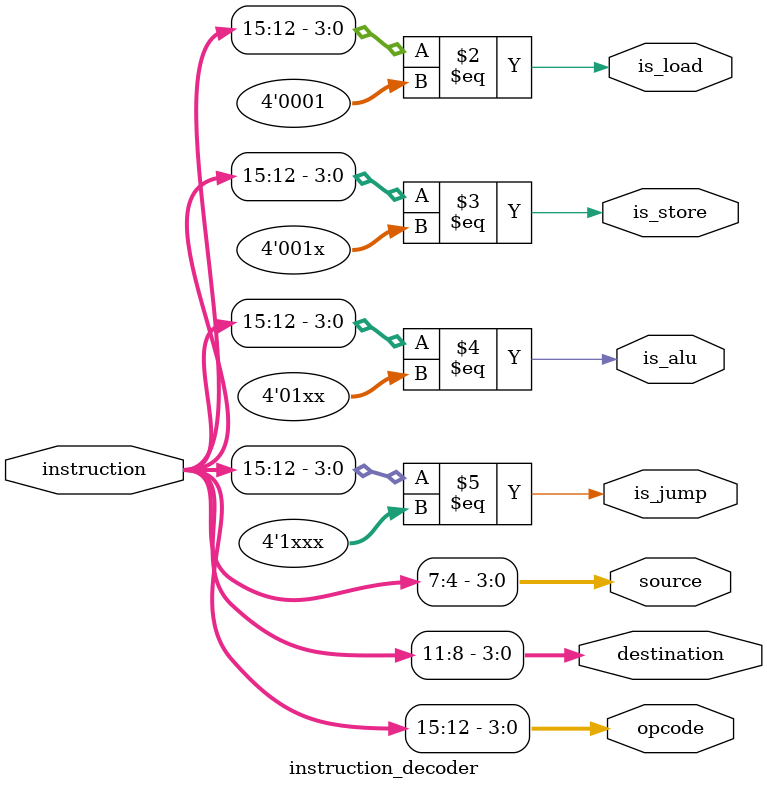
<source format=v>
module instruction_decoder (
	input wire [15:0] instruction,
	output reg [3:0] opcode,
	output reg [3:0] destination,
	output reg [3:0] source,
	output reg is_load,is_store,is_alu,is_jump
);
	always @(*) begin
		opcode = instruction[15:12];
		destination = instruction[11:8];
		source = instruction[7:4];
		is_load  = (opcode == 4'b0001);
        is_store = (opcode == 4'b001x);
        is_alu   = (opcode == 4'b01xx);
        is_jump  = (opcode == 4'b1xxx);
	end
endmodule
</source>
